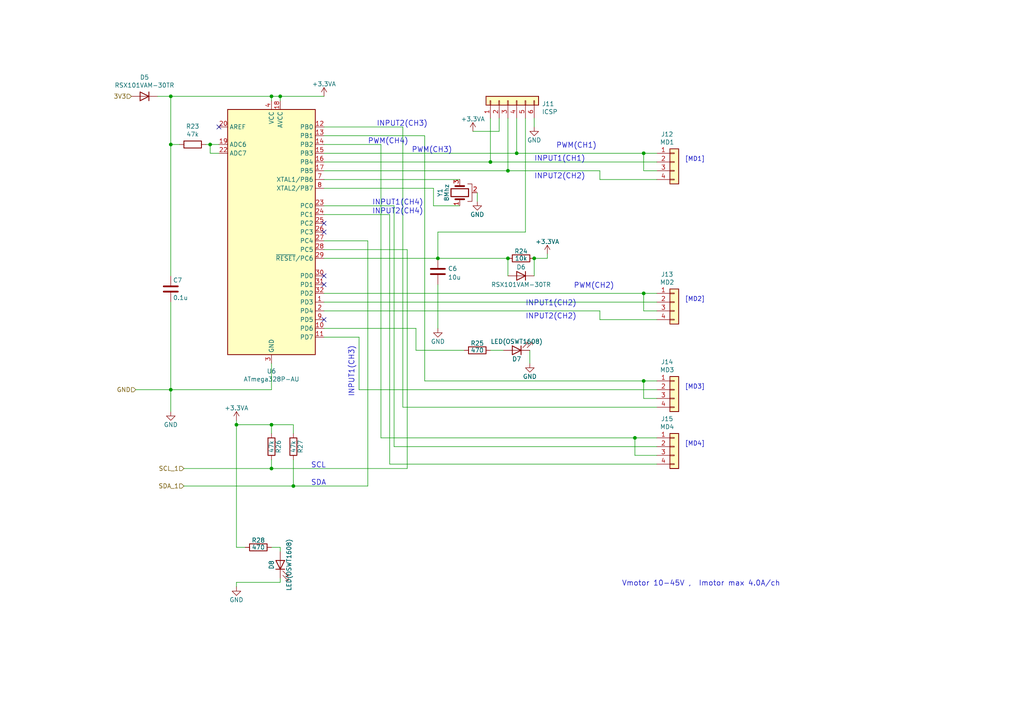
<source format=kicad_sch>
(kicad_sch (version 20211123) (generator eeschema)
  (paper "A4")
  (title_block (title "4channel mini MCB") (date "2022-11-26") (rev "2.00") (company "Saeki Hidekazu"))
  (lib_symbols
    (symbol "Connector_Generic:Conn_01x04" (pin_names (offset 1.016) hide)
      (property "Reference" "J" (at 0 5.08 0))
      (property "Value" "Conn_01x04" (at 0 -7.62 0))
      (symbol "Conn_01x04_1_1"
        (rectangle (start -1.27 -4.953) (end 0 -5.207) (stroke (width 0.1524)))
        (rectangle (start -1.27 -2.413) (end 0 -2.667) (stroke (width 0.1524)))
        (rectangle (start -1.27 0.127) (end 0 -0.127) (stroke (width 0.1524)))
        (rectangle (start -1.27 2.667) (end 0 2.413) (stroke (width 0.1524)))
        (rectangle (start -1.27 3.81) (end 1.27 -6.35) (stroke (width 0.254)) (fill (type background)))
        (pin passive line (at -5.08 2.54 0) (length 3.81) (name "Pin_1") (number "1"))
        (pin passive line (at -5.08 0 0) (length 3.81) (name "Pin_2") (number "2"))
        (pin passive line (at -5.08 -2.54 0) (length 3.81) (name "Pin_3") (number "3"))
        (pin passive line (at -5.08 -5.08 0) (length 3.81) (name "Pin_4") (number "4"))
      )
    )
    (symbol "Connector_Generic:Conn_01x06" (pin_names (offset 1.016) hide)
      (property "Reference" "J" (at 0 7.62 0))
      (property "Value" "Conn_01x06" (at 0 -10.16 0))
      (symbol "Conn_01x06_1_1"
        (rectangle (start -1.27 -7.493) (end 0 -7.747) (stroke (width 0.1524)))
        (rectangle (start -1.27 -4.953) (end 0 -5.207) (stroke (width 0.1524)))
        (rectangle (start -1.27 -2.413) (end 0 -2.667) (stroke (width 0.1524)))
        (rectangle (start -1.27 0.127) (end 0 -0.127) (stroke (width 0.1524)))
        (rectangle (start -1.27 2.667) (end 0 2.413) (stroke (width 0.1524)))
        (rectangle (start -1.27 5.207) (end 0 4.953) (stroke (width 0.1524)))
        (rectangle (start -1.27 6.35) (end 1.27 -8.89) (stroke (width 0.254)) (fill (type background)))
        (pin passive line (at -5.08 5.08 0) (length 3.81) (name "Pin_1") (number "1"))
        (pin passive line (at -5.08 2.54 0) (length 3.81) (name "Pin_2") (number "2"))
        (pin passive line (at -5.08 0 0) (length 3.81) (name "Pin_3") (number "3"))
        (pin passive line (at -5.08 -2.54 0) (length 3.81) (name "Pin_4") (number "4"))
        (pin passive line (at -5.08 -5.08 0) (length 3.81) (name "Pin_5") (number "5"))
        (pin passive line (at -5.08 -7.62 0) (length 3.81) (name "Pin_6") (number "6"))
      )
    )
    (symbol "Device:C" (pin_numbers hide) (pin_names (offset 0.254))
      (property "Reference" "C" (at 0.635 2.54 0))
      (property "Value" "C" (at 0.635 -2.54 0))
      (symbol "C_0_1"
        (polyline (pts (xy -2.032 -0.762) (xy 2.032 -0.762)) (stroke (width 0.508)))
        (polyline (pts (xy -2.032 0.762) (xy 2.032 0.762)) (stroke (width 0.508)))
      )
      (symbol "C_1_1"
        (pin passive line (at 0 3.81 270) (length 2.794) (name "~") (number "1"))
        (pin passive line (at 0 -3.81 90) (length 2.794) (name "~") (number "2"))
      )
    )
    (symbol "Device:Crystal_GND2" (pin_names (offset 1.016) hide)
      (property "Reference" "Y" (at 0 5.715 0))
      (property "Value" "Crystal_GND2" (at 0 3.81 0))
      (symbol "Crystal_GND2_0_1"
        (rectangle (start -1.143 2.54) (end 1.143 -2.54) (stroke (width 0.3048)))
        (polyline (pts (xy -2.54 0) (xy -1.905 0)))
        (polyline (pts (xy -1.905 -1.27) (xy -1.905 1.27)) (stroke (width 0.508)))
        (polyline (pts (xy 0 -3.81) (xy 0 -3.556)))
        (polyline (pts (xy 1.905 0) (xy 2.54 0)))
        (polyline (pts (xy 1.905 1.27) (xy 1.905 -1.27)) (stroke (width 0.508)))
        (polyline (pts (xy -2.54 -2.286) (xy -2.54 -3.556) (xy 2.54 -3.556) (xy 2.54 -2.286)))
      )
      (symbol "Crystal_GND2_1_1"
        (pin passive line (at -3.81 0 0) (length 1.27) (name "1") (number "1"))
        (pin passive line (at 0 -5.08 90) (length 1.27) (name "2") (number "2"))
        (pin passive line (at 3.81 0 180) (length 1.27) (name "3") (number "3"))
      )
    )
    (symbol "Device:D" (pin_numbers hide) (pin_names (offset 1.016) hide)
      (property "Reference" "D" (at 0 2.54 0))
      (property "Value" "D" (at 0 -2.54 0))
      (symbol "D_0_1"
        (polyline (pts (xy -1.27 1.27) (xy -1.27 -1.27)) (stroke (width 0.254)))
        (polyline (pts (xy 1.27 0) (xy -1.27 0)))
        (polyline (pts (xy 1.27 1.27) (xy 1.27 -1.27) (xy -1.27 0) (xy 1.27 1.27)) (stroke (width 0.254)))
      )
      (symbol "D_1_1"
        (pin passive line (at -3.81 0 0) (length 2.54) (name "K") (number "1"))
        (pin passive line (at 3.81 0 180) (length 2.54) (name "A") (number "2"))
      )
    )
    (symbol "Device:LED" (pin_numbers hide) (pin_names (offset 1.016) hide)
      (property "Reference" "D" (at 0 2.54 0))
      (property "Value" "LED" (at 0 -2.54 0))
      (symbol "LED_0_1"
        (polyline (pts (xy -1.27 -1.27) (xy -1.27 1.27)) (stroke (width 0.254)))
        (polyline (pts (xy -1.27 0) (xy 1.27 0)))
        (polyline (pts (xy 1.27 -1.27) (xy 1.27 1.27) (xy -1.27 0) (xy 1.27 -1.27)) (stroke (width 0.254)))
        (polyline (pts (xy -3.048 -0.762) (xy -4.572 -2.286) (xy -3.81 -2.286) (xy -4.572 -2.286) (xy -4.572 -1.524)))
        (polyline (pts (xy -1.778 -0.762) (xy -3.302 -2.286) (xy -2.54 -2.286) (xy -3.302 -2.286) (xy -3.302 -1.524)))
      )
      (symbol "LED_1_1"
        (pin passive line (at -3.81 0 0) (length 2.54) (name "K") (number "1"))
        (pin passive line (at 3.81 0 180) (length 2.54) (name "A") (number "2"))
      )
    )
    (symbol "Device:R" (pin_numbers hide) (pin_names (offset 0))
      (property "Reference" "R" (at 2.032 0 90))
      (property "Value" "R" (at 0 0 90))
      (symbol "R_0_1"
        (rectangle (start -1.016 -2.54) (end 1.016 2.54) (stroke (width 0.254)))
      )
      (symbol "R_1_1"
        (pin passive line (at 0 3.81 270) (length 1.27) (name "~") (number "1"))
        (pin passive line (at 0 -3.81 90) (length 1.27) (name "~") (number "2"))
      )
    )
    (symbol "Diode:1N4001" (pin_numbers hide) (pin_names hide)
      (property "Reference" "D" (at 0 2.54 0))
      (property "Value" "1N4001" (at 0 -2.54 0))
      (symbol "1N4001_0_1"
        (polyline (pts (xy -1.27 1.27) (xy -1.27 -1.27)) (stroke (width 0.254)))
        (polyline (pts (xy 1.27 0) (xy -1.27 0)))
        (polyline (pts (xy 1.27 1.27) (xy 1.27 -1.27) (xy -1.27 0) (xy 1.27 1.27)) (stroke (width 0.254)))
      )
      (symbol "1N4001_1_1"
        (pin passive line (at -3.81 0 0) (length 2.54) (name "K") (number "1"))
        (pin passive line (at 3.81 0 180) (length 2.54) (name "A") (number "2"))
      )
    )
    (symbol "MCU_Microchip_ATmega:ATmega328P-A"
      (property "Reference" "U" (at -12.7 36.83 0))
      (property "Value" "ATmega328P-A" (at 2.54 -36.83 0))
      (symbol "ATmega328P-A_0_1"
        (rectangle (start -12.7 -35.56) (end 12.7 35.56) (stroke (width 0.254)) (fill (type background)))
      )
      (symbol "ATmega328P-A_1_1"
        (pin bidirectional line (at 15.24 -20.32 180) (length 2.54) (name "PD3") (number "1"))
        (pin bidirectional line (at 15.24 -27.94 180) (length 2.54) (name "PD6") (number "10"))
        (pin bidirectional line (at 15.24 -30.48 180) (length 2.54) (name "PD7") (number "11"))
        (pin bidirectional line (at 15.24 30.48 180) (length 2.54) (name "PB0") (number "12"))
        (pin bidirectional line (at 15.24 27.94 180) (length 2.54) (name "PB1") (number "13"))
        (pin bidirectional line (at 15.24 25.4 180) (length 2.54) (name "PB2") (number "14"))
        (pin bidirectional line (at 15.24 22.86 180) (length 2.54) (name "PB3") (number "15"))
        (pin bidirectional line (at 15.24 20.32 180) (length 2.54) (name "PB4") (number "16"))
        (pin bidirectional line (at 15.24 17.78 180) (length 2.54) (name "PB5") (number "17"))
        (pin power_in line (at 2.54 38.1 270) (length 2.54) (name "AVCC") (number "18"))
        (pin input line (at -15.24 25.4 0) (length 2.54) (name "ADC6") (number "19"))
        (pin bidirectional line (at 15.24 -22.86 180) (length 2.54) (name "PD4") (number "2"))
        (pin passive line (at -15.24 30.48 0) (length 2.54) (name "AREF") (number "20"))
        (pin passive line (at 0 -38.1 90) (length 2.54) hide (name "GND") (number "21"))
        (pin input line (at -15.24 22.86 0) (length 2.54) (name "ADC7") (number "22"))
        (pin bidirectional line (at 15.24 7.62 180) (length 2.54) (name "PC0") (number "23"))
        (pin bidirectional line (at 15.24 5.08 180) (length 2.54) (name "PC1") (number "24"))
        (pin bidirectional line (at 15.24 2.54 180) (length 2.54) (name "PC2") (number "25"))
        (pin bidirectional line (at 15.24 0 180) (length 2.54) (name "PC3") (number "26"))
        (pin bidirectional line (at 15.24 -2.54 180) (length 2.54) (name "PC4") (number "27"))
        (pin bidirectional line (at 15.24 -5.08 180) (length 2.54) (name "PC5") (number "28"))
        (pin bidirectional line (at 15.24 -7.62 180) (length 2.54) (name "~{RESET}/PC6") (number "29"))
        (pin power_in line (at 0 -38.1 90) (length 2.54) (name "GND") (number "3"))
        (pin bidirectional line (at 15.24 -12.7 180) (length 2.54) (name "PD0") (number "30"))
        (pin bidirectional line (at 15.24 -15.24 180) (length 2.54) (name "PD1") (number "31"))
        (pin bidirectional line (at 15.24 -17.78 180) (length 2.54) (name "PD2") (number "32"))
        (pin power_in line (at 0 38.1 270) (length 2.54) (name "VCC") (number "4"))
        (pin passive line (at 0 -38.1 90) (length 2.54) hide (name "GND") (number "5"))
        (pin passive line (at 0 38.1 270) (length 2.54) hide (name "VCC") (number "6"))
        (pin bidirectional line (at 15.24 15.24 180) (length 2.54) (name "XTAL1/PB6") (number "7"))
        (pin bidirectional line (at 15.24 12.7 180) (length 2.54) (name "XTAL2/PB7") (number "8"))
        (pin bidirectional line (at 15.24 -25.4 180) (length 2.54) (name "PD5") (number "9"))
      )
    )
    (symbol "power:+3.3VA" (power) (pin_names (offset 0))
      (property "Value" "+3.3VA" (at 0 3.556 0))
      (symbol "+3.3VA_0_1"
        (polyline (pts (xy -0.762 1.27) (xy 0 2.54)))
        (polyline (pts (xy 0 0) (xy 0 2.54)))
        (polyline (pts (xy 0 2.54) (xy 0.762 1.27)))
      )
      (symbol "+3.3VA_1_1"
        (pin power_in line (at 0 0 90) (length 0) hide (name "+3.3VA") (number "1"))
      )
    )
    (symbol "power:GND" (power) (pin_names (offset 0))
      (property "Value" "GND" (at 0 -3.81 0))
      (symbol "GND_0_1"
        (polyline (pts (xy 0 0) (xy 0 -1.27) (xy 1.27 -1.27) (xy 0 -2.54) (xy -1.27 -1.27) (xy 0 -1.27)))
      )
      (symbol "GND_1_1"
        (pin power_in line (at 0 0 270) (length 0) hide (name "GND") (number "1"))
      )
    )
  )
  (junction (at 186.69 110.49))
  (junction (at 49.53 113.03))
  (junction (at 127 74.93))
  (junction (at 186.69 85.09))
  (junction (at 154.94 74.93))
  (junction (at 142.24 46.99))
  (junction (at 186.69 44.45))
  (junction (at 147.32 74.93))
  (junction (at 184.15 127))
  (junction (at 149.86 44.45))
  (junction (at 85.09 140.97))
  (junction (at 60.96 41.91))
  (junction (at 78.74 123.19))
  (junction (at 78.74 135.89))
  (junction (at 81.28 27.94))
  (junction (at 78.74 27.94))
  (junction (at 49.53 27.94))
  (junction (at 147.32 49.53))
  (junction (at 49.53 41.91))
  (junction (at 68.58 123.19))
  (no_connect (at 63.5 36.83))
  (no_connect (at 93.98 92.71))
  (no_connect (at 93.98 80.01))
  (no_connect (at 93.98 67.31))
  (no_connect (at 93.98 82.55))
  (no_connect (at 93.98 64.77))
  (wire (pts (xy 106.68 140.97) (xy 85.09 140.97)))
  (wire (pts (xy 184.15 132.08) (xy 184.15 127)))
  (wire (pts (xy 81.28 27.94) (xy 93.98 27.94)))
  (wire (pts (xy 93.98 52.07) (xy 133.35 52.07)))
  (wire (pts (xy 190.5 85.09) (xy 186.69 85.09)))
  (wire (pts (xy 78.74 123.19) (xy 78.74 125.73)))
  (wire (pts (xy 85.09 123.19) (xy 85.09 125.73)))
  (wire (pts (xy 93.98 54.61) (xy 125.73 54.61)))
  (wire (pts (xy 110.49 127) (xy 184.15 127)))
  (wire (pts (xy 78.74 133.35) (xy 78.74 135.89)))
  (wire (pts (xy 127 74.93) (xy 147.32 74.93)))
  (wire (pts (xy 152.4 67.31) (xy 127 67.31)))
  (wire (pts (xy 93.98 39.37) (xy 123.19 39.37)))
  (wire (pts (xy 78.74 27.94) (xy 78.74 29.21)))
  (wire (pts (xy 93.98 87.63) (xy 190.5 87.63)))
  (wire (pts (xy 49.53 113.03) (xy 78.74 113.03)))
  (wire (pts (xy 68.58 158.75) (xy 71.12 158.75)))
  (wire (pts (xy 186.69 90.17) (xy 186.69 85.09)))
  (wire (pts (xy 68.58 168.91) (xy 68.58 170.18)))
  (wire (pts (xy 81.28 168.91) (xy 81.28 167.64)))
  (wire (pts (xy 116.84 36.83) (xy 116.84 118.11)))
  (wire (pts (xy 68.58 168.91) (xy 81.28 168.91)))
  (wire (pts (xy 78.74 105.41) (xy 78.74 113.03)))
  (wire (pts (xy 49.53 41.91) (xy 49.53 80.01)))
  (wire (pts (xy 190.5 44.45) (xy 186.69 44.45)))
  (wire (pts (xy 60.96 41.91) (xy 63.5 41.91)))
  (wire (pts (xy 60.96 41.91) (xy 60.96 44.45)))
  (wire (pts (xy 49.53 27.94) (xy 49.53 41.91)))
  (wire (pts (xy 49.53 87.63) (xy 49.53 113.03)))
  (wire (pts (xy 116.84 118.11) (xy 190.5 118.11)))
  (wire (pts (xy 113.03 62.23) (xy 113.03 134.62)))
  (wire (pts (xy 104.14 113.03) (xy 190.5 113.03)))
  (wire (pts (xy 85.09 133.35) (xy 85.09 140.97)))
  (wire (pts (xy 114.3 129.54) (xy 190.5 129.54)))
  (wire (pts (xy 120.65 95.25) (xy 120.65 101.6)))
  (wire (pts (xy 114.3 59.69) (xy 114.3 129.54)))
  (wire (pts (xy 142.24 46.99) (xy 190.5 46.99)))
  (wire (pts (xy 123.19 39.37) (xy 123.19 110.49)))
  (wire (pts (xy 93.98 44.45) (xy 149.86 44.45)))
  (wire (pts (xy 93.98 46.99) (xy 142.24 46.99)))
  (wire (pts (xy 93.98 97.79) (xy 104.14 97.79)))
  (wire (pts (xy 93.98 49.53) (xy 147.32 49.53)))
  (wire (pts (xy 137.16 38.1) (xy 144.78 38.1)))
  (wire (pts (xy 154.94 34.29) (xy 154.94 36.83)))
  (wire (pts (xy 81.28 158.75) (xy 81.28 160.02)))
  (wire (pts (xy 186.69 44.45) (xy 186.69 49.53)))
  (wire (pts (xy 173.99 90.17) (xy 173.99 92.71)))
  (wire (pts (xy 106.68 69.85) (xy 106.68 140.97)))
  (wire (pts (xy 158.75 74.93) (xy 158.75 73.66)))
  (wire (pts (xy 39.37 113.03) (xy 49.53 113.03)))
  (wire (pts (xy 93.98 90.17) (xy 173.99 90.17)))
  (wire (pts (xy 127 67.31) (xy 127 74.93)))
  (wire (pts (xy 104.14 113.03) (xy 104.14 97.79)))
  (wire (pts (xy 190.5 132.08) (xy 184.15 132.08)))
  (wire (pts (xy 45.72 27.94) (xy 49.53 27.94)))
  (wire (pts (xy 59.69 41.91) (xy 60.96 41.91)))
  (wire (pts (xy 85.09 140.97) (xy 53.34 140.97)))
  (wire (pts (xy 93.98 85.09) (xy 186.69 85.09)))
  (wire (pts (xy 149.86 44.45) (xy 186.69 44.45)))
  (wire (pts (xy 153.67 101.6) (xy 153.67 105.41)))
  (wire (pts (xy 190.5 49.53) (xy 186.69 49.53)))
  (wire (pts (xy 147.32 49.53) (xy 173.99 49.53)))
  (wire (pts (xy 147.32 34.29) (xy 147.32 49.53)))
  (wire (pts (xy 68.58 123.19) (xy 68.58 158.75)))
  (wire (pts (xy 49.53 41.91) (xy 52.07 41.91)))
  (wire (pts (xy 93.98 41.91) (xy 110.49 41.91)))
  (wire (pts (xy 93.98 36.83) (xy 116.84 36.83)))
  (wire (pts (xy 78.74 27.94) (xy 81.28 27.94)))
  (wire (pts (xy 113.03 134.62) (xy 190.5 134.62)))
  (wire (pts (xy 127 82.55) (xy 127 95.25)))
  (wire (pts (xy 68.58 121.92) (xy 68.58 123.19)))
  (wire (pts (xy 125.73 54.61) (xy 125.73 59.69)))
  (wire (pts (xy 173.99 52.07) (xy 190.5 52.07)))
  (wire (pts (xy 190.5 127) (xy 184.15 127)))
  (wire (pts (xy 138.43 55.88) (xy 138.43 58.42)))
  (wire (pts (xy 118.11 135.89) (xy 78.74 135.89)))
  (wire (pts (xy 154.94 74.93) (xy 158.75 74.93)))
  (wire (pts (xy 142.24 101.6) (xy 146.05 101.6)))
  (wire (pts (xy 93.98 62.23) (xy 113.03 62.23)))
  (wire (pts (xy 78.74 123.19) (xy 85.09 123.19)))
  (wire (pts (xy 78.74 158.75) (xy 81.28 158.75)))
  (wire (pts (xy 68.58 123.19) (xy 78.74 123.19)))
  (wire (pts (xy 190.5 110.49) (xy 186.69 110.49)))
  (wire (pts (xy 152.4 34.29) (xy 152.4 67.31)))
  (wire (pts (xy 93.98 95.25) (xy 120.65 95.25)))
  (wire (pts (xy 110.49 41.91) (xy 110.49 127)))
  (wire (pts (xy 118.11 72.39) (xy 118.11 135.89)))
  (wire (pts (xy 78.74 135.89) (xy 53.34 135.89)))
  (wire (pts (xy 49.53 113.03) (xy 49.53 119.38)))
  (wire (pts (xy 142.24 34.29) (xy 142.24 46.99)))
  (wire (pts (xy 147.32 74.93) (xy 147.32 80.01)))
  (wire (pts (xy 144.78 38.1) (xy 144.78 34.29)))
  (wire (pts (xy 154.94 74.93) (xy 154.94 80.01)))
  (wire (pts (xy 120.65 101.6) (xy 134.62 101.6)))
  (wire (pts (xy 125.73 59.69) (xy 133.35 59.69)))
  (wire (pts (xy 81.28 27.94) (xy 81.28 29.21)))
  (wire (pts (xy 173.99 92.71) (xy 190.5 92.71)))
  (wire (pts (xy 93.98 72.39) (xy 118.11 72.39)))
  (wire (pts (xy 149.86 34.29) (xy 149.86 44.45)))
  (wire (pts (xy 173.99 52.07) (xy 173.99 49.53)))
  (wire (pts (xy 123.19 110.49) (xy 186.69 110.49)))
  (wire (pts (xy 60.96 44.45) (xy 63.5 44.45)))
  (wire (pts (xy 49.53 27.94) (xy 78.74 27.94)))
  (wire (pts (xy 190.5 90.17) (xy 186.69 90.17)))
  (wire (pts (xy 186.69 115.57) (xy 190.5 115.57)))
  (wire (pts (xy 93.98 69.85) (xy 106.68 69.85)))
  (wire (pts (xy 186.69 110.49) (xy 186.69 115.57)))
  (wire (pts (xy 93.98 74.93) (xy 127 74.93)))
  (wire (pts (xy 93.98 59.69) (xy 114.3 59.69)))
  (text "PWM(CH4)" (at 106.68 41.91 0) (effects (font (size 1.524 1.524)) (justify left bottom)))
  (text "INPUT2(CH3)" (at 109.22 36.83 0) (effects (font (size 1.524 1.524)) (justify left bottom)))
  (text "[MD4]" (at 204.47 129.54 180) (effects (font (size 1.27 1.27)) (justify right bottom)))
  (text "PWM(CH3)" (at 119.38 44.45 0) (effects (font (size 1.524 1.524)) (justify left bottom)))
  (text "INPUT1(CH2)" (at 152.4 88.9 0) (effects (font (size 1.524 1.524)) (justify left bottom)))
  (text "PWM(CH2)" (at 166.37 83.82 0) (effects (font (size 1.524 1.524)) (justify left bottom)))
  (text "INPUT1(CH1)" (at 154.94 46.99 0) (effects (font (size 1.524 1.524)) (justify left bottom)))
  (text "INPUT2(CH2)" (at 154.94 52.07 0) (effects (font (size 1.524 1.524)) (justify left bottom)))
  (text "INPUT1(CH3)" (at 102.87 100.33 270) (effects (font (size 1.524 1.524)) (justify right bottom)))
  (text "SDA" (at 90.17 140.97 0) (effects (font (size 1.524 1.524)) (justify left bottom)))
  (text "SCL" (at 90.17 135.89 0) (effects (font (size 1.524 1.524)) (justify left bottom)))
  (text "INPUT2(CH2)" (at 152.4 92.71 0) (effects (font (size 1.524 1.524)) (justify left bottom)))
  (text "[MD1]" (at 204.47 46.99 180) (effects (font (size 1.27 1.27)) (justify right bottom)))
  (text "[MD3]" (at 204.47 113.03 180) (effects (font (size 1.27 1.27)) (justify right bottom)))
  (text "INPUT1(CH4)" (at 107.95 59.69 0) (effects (font (size 1.524 1.524)) (justify left bottom)))
  (text "INPUT2(CH4)" (at 107.95 62.23 0) (effects (font (size 1.524 1.524)) (justify left bottom)))
  (text "PWM(CH1)" (at 161.29 43.18 0) (effects (font (size 1.524 1.524)) (justify left bottom)))
  (text "[MD2]" (at 204.47 87.63 180) (effects (font (size 1.27 1.27)) (justify right bottom)))
  (text "Vmotor 10-45V ,  Imotor max 4.0A/ch" (at 180.34 170.18 0) (effects (font (size 1.524 1.524)) (justify left bottom)))
  (hierarchical_label "GND" (shape input) (at 39.37 113.03 180))
  (hierarchical_label "SDA_1" (shape input) (at 53.34 140.97 180))
  (hierarchical_label "3V3" (shape input) (at 38.1 27.94 180))
  (hierarchical_label "SCL_1" (shape input) (at 53.34 135.89 180))
  (symbol (lib_id "Device:R") (at 138.43 101.6 90) (unit 1)
    (property "Reference" "R25" (at 138.43 99.568 90))
    (property "Value" "470" (at 138.43 101.6 90))
    (property "Footprint" "Resistor_SMD:R_0603_1608Metric_Pad0.98x0.95mm_HandSolder" (effects hide))
  )
  (symbol (lib_id "Device:LED") (at 149.86 101.6 180) (unit 1)
    (property "Reference" "D7" (at 149.86 104.14 0))
    (property "Value" "LED(OSWT1608)" (at 149.86 99.06 0))
    (property "Footprint" "LED_SMD:LED_0603_1608Metric_Pad1.05x0.95mm_HandSolder" (effects hide))
  )
  (symbol (lib_id "power:GND") (at 153.67 105.41 0) (unit 1)
    (property "Reference" "#PWR034" (effects hide))
    (property "Value" "GND" (at 153.67 109.22 0))
  )
  (symbol (lib_id "Device:Crystal_GND2") (at 133.35 55.88 90) (unit 1)
    (property "Reference" "Y1" (at 127.635 55.88 0))
    (property "Value" "8Mhz" (at 129.54 55.88 0))
    (property "Footprint" "Crystal:Resonator_SMD_Murata_CSTxExxV-3Pin_3.0x1.1mm_HandSoldering" (effects hide))
  )
  (symbol (lib_id "power:GND") (at 49.53 119.38 0) (unit 1)
    (property "Reference" "#PWR035" (effects hide))
    (property "Value" "GND" (at 49.53 123.19 0))
  )
  (symbol (lib_id "power:GND") (at 138.43 58.42 0) (unit 1)
    (property "Reference" "#PWR031" (effects hide))
    (property "Value" "GND" (at 138.43 62.23 0))
  )
  (symbol (lib_id "power:GND") (at 68.58 170.18 0) (unit 1)
    (property "Reference" "#PWR037" (effects hide))
    (property "Value" "GND" (at 68.58 173.99 0))
  )
  (symbol (lib_id "Device:R") (at 74.93 158.75 90) (unit 1)
    (property "Reference" "R28" (at 74.93 156.718 90))
    (property "Value" "470" (at 74.93 158.75 90))
    (property "Footprint" "Resistor_SMD:R_0603_1608Metric_Pad0.98x0.95mm_HandSolder" (effects hide))
  )
  (symbol (lib_id "Device:LED") (at 81.28 163.83 90) (unit 1)
    (property "Reference" "D8" (at 78.74 163.83 0))
    (property "Value" "LED(OSWT1608)" (at 83.82 163.83 0))
    (property "Footprint" "LED_SMD:LED_0603_1608Metric_Pad1.05x0.95mm_HandSolder" (effects hide))
  )
  (symbol (lib_id "Device:R") (at 78.74 129.54 0) (unit 1)
    (property "Reference" "R26" (at 80.772 129.54 90))
    (property "Value" "47k" (at 78.74 129.54 90))
    (property "Footprint" "Resistor_SMD:R_0603_1608Metric_Pad0.98x0.95mm_HandSolder" (effects hide))
  )
  (symbol (lib_id "Device:R") (at 85.09 129.54 0) (unit 1)
    (property "Reference" "R27" (at 87.122 129.54 90))
    (property "Value" "47k" (at 85.09 129.54 90))
    (property "Footprint" "Resistor_SMD:R_0603_1608Metric_Pad0.98x0.95mm_HandSolder" (effects hide))
  )
  (symbol (lib_id "Device:C") (at 49.53 83.82 0) (unit 1)
    (property "Reference" "C7" (at 50.165 81.28 0) (effects (justify left)))
    (property "Value" "0.1u" (at 50.165 86.36 0) (effects (justify left)))
    (property "Footprint" "Capacitor_SMD:C_0603_1608Metric_Pad1.08x0.95mm_HandSolder" (effects hide))
  )
  (symbol (lib_id "Device:R") (at 151.13 74.93 90) (unit 1)
    (property "Reference" "R24" (at 151.13 72.898 90))
    (property "Value" "10k" (at 151.13 74.93 90))
    (property "Footprint" "Resistor_SMD:R_0603_1608Metric_Pad0.98x0.95mm_HandSolder" (effects hide))
  )
  (symbol (lib_id "Device:D") (at 151.13 80.01 0) (mirror y) (unit 1)
    (property "Reference" "D6" (at 151.13 77.47 0))
    (property "Value" "RSX101VAM-30TR" (at 151.13 82.55 0))
    (property "Footprint" "Diode_SMD:D_0805_2012Metric_Pad1.15x1.40mm_HandSolder" (effects hide))
  )
  (symbol (lib_id "power:GND") (at 127 95.25 0) (unit 1)
    (property "Reference" "#PWR033" (effects hide))
    (property "Value" "GND" (at 127 99.06 0))
  )
  (symbol (lib_id "MCU_Microchip_ATmega:ATmega328P-A") (at 78.74 67.31 0) (unit 1)
    (property "Reference" "U6" (at 78.74 107.6706 0))
    (property "Value" "ATmega328P-AU" (at 78.74 109.982 0))
    (property "Footprint" "Package_QFP:TQFP-32_7x7mm_P0.8mm" (effects hide))
    (property "Datasheet" "http://ww1.microchip.com/downloads/en/DeviceDoc/ATmega328_P%20AVR%20MCU%20with%20picoPower%20Technology%20Data%20Sheet%2040001984A.pdf" (effects hide))
  )
  (symbol (lib_id "Connector_Generic:Conn_01x06") (at 147.32 29.21 90) (unit 1)
    (property "Reference" "J11" (at 157.1752 30.1244 90) (effects (justify right)))
    (property "Value" "ICSP" (at 157.1752 32.4358 90) (effects (justify right)))
    (property "Footprint" "0.main.robot:JSTB6B-ZR" (effects hide))
  )
  (symbol (lib_id "power:GND") (at 154.94 36.83 0) (unit 1)
    (property "Reference" "#PWR029" (effects hide))
    (property "Value" "GND" (at 154.94 40.64 0))
  )
  (symbol (lib_id "Connector_Generic:Conn_01x04") (at 195.58 87.63 0) (unit 1)
    (property "Reference" "J13" (at 193.4972 79.5782 0))
    (property "Value" "MD2" (at 193.4972 81.8896 0))
    (property "Footprint" "0.main.robot:JSTB4B-ZR" (effects hide))
  )
  (symbol (lib_id "Connector_Generic:Conn_01x04") (at 195.58 113.03 0) (unit 1)
    (property "Reference" "J14" (at 193.4972 104.9782 0))
    (property "Value" "MD3" (at 193.4972 107.2896 0))
    (property "Footprint" "0.main.robot:JSTB4B-ZR" (effects hide))
  )
  (symbol (lib_id "Connector_Generic:Conn_01x04") (at 195.58 46.99 0) (unit 1)
    (property "Reference" "J12" (at 193.4972 38.9382 0))
    (property "Value" "MD1" (at 193.4972 41.2496 0))
    (property "Footprint" "0.main.robot:JSTB4B-ZR" (effects hide))
  )
  (symbol (lib_id "Connector_Generic:Conn_01x04") (at 195.58 129.54 0) (unit 1)
    (property "Reference" "J15" (at 193.4972 121.4882 0))
    (property "Value" "MD4" (at 193.4972 123.7996 0))
    (property "Footprint" "0.main.robot:JSTB4B-ZR" (effects hide))
  )
  (symbol (lib_id "Diode:1N4001") (at 41.91 27.94 180) (unit 1)
    (property "Reference" "D5" (at 41.91 22.4282 0))
    (property "Value" "RSX101VAM-30TR" (at 41.91 24.7396 0))
    (property "Footprint" "Diode_SMD:D_0805_2012Metric_Pad1.15x1.40mm_HandSolder" (effects hide))
    (property "Datasheet" "http://www.vishay.com/docs/88503/1n4001.pdf" (effects hide))
  )
  (symbol (lib_id "Device:R") (at 55.88 41.91 270) (unit 1)
    (property "Reference" "R23" (at 55.88 36.6522 90))
    (property "Value" "47k" (at 55.88 38.9636 90))
    (property "Footprint" "Resistor_SMD:R_0603_1608Metric_Pad0.98x0.95mm_HandSolder" (effects hide))
  )
  (symbol (lib_id "power:+3.3VA") (at 137.16 38.1 0) (unit 1)
    (property "Reference" "#PWR030" (effects hide))
    (property "Value" "+3.3VA" (at 137.16 34.5242 0))
  )
  (symbol (lib_id "power:+3.3VA") (at 158.75 73.66 0) (unit 1)
    (property "Reference" "#PWR032" (effects hide))
    (property "Value" "+3.3VA" (at 158.75 70.0842 0))
  )
  (symbol (lib_id "Device:C") (at 127 78.74 0) (unit 1)
    (property "Reference" "C6" (at 129.921 77.9053 0) (effects (justify left)))
    (property "Value" "10u" (at 129.921 80.4422 0) (effects (justify left)))
    (property "Footprint" "Capacitor_SMD:C_0603_1608Metric_Pad1.08x0.95mm_HandSolder" (effects hide))
  )
  (symbol (lib_id "power:+3.3VA") (at 68.58 121.92 0) (unit 1)
    (property "Reference" "#PWR036" (effects hide))
    (property "Value" "+3.3VA" (at 68.58 118.3442 0))
  )
  (symbol (lib_id "power:+3.3VA") (at 93.98 27.94 0) (unit 1)
    (property "Reference" "#PWR028" (effects hide))
    (property "Value" "+3.3VA" (at 93.98 24.3642 0))
  )
)
</source>
